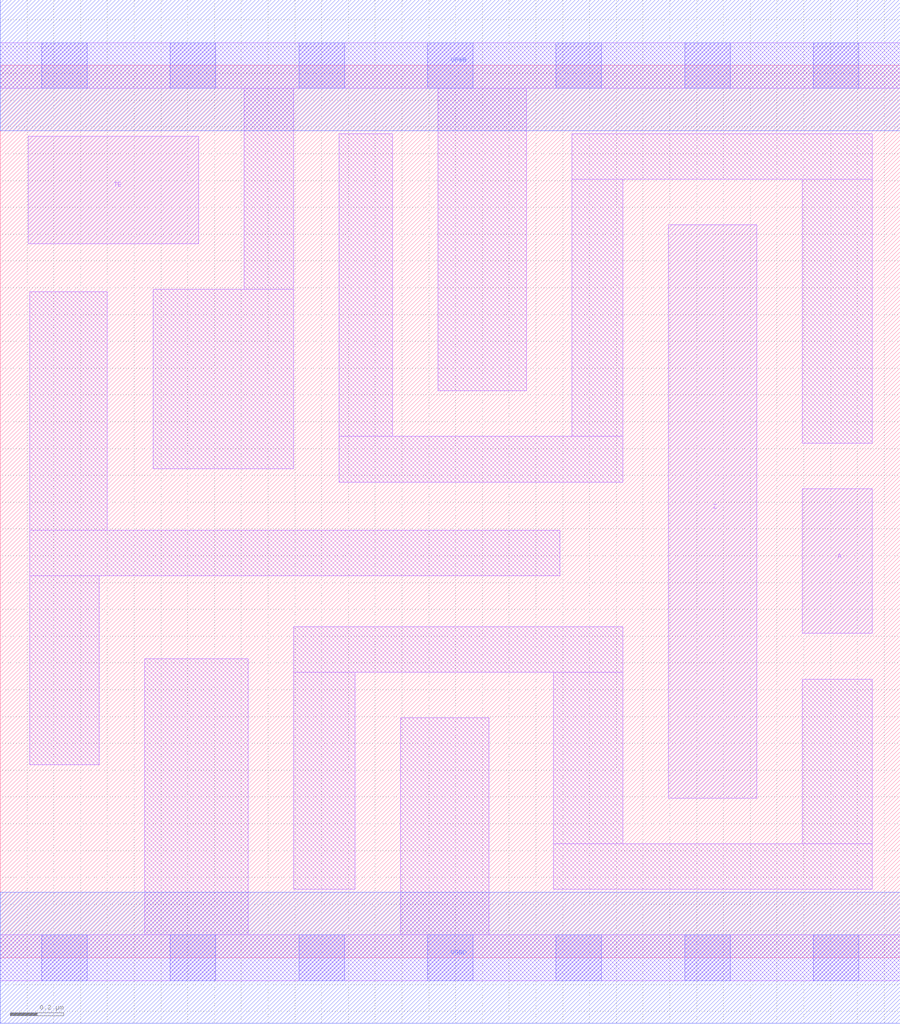
<source format=lef>
# Copyright 2020 The SkyWater PDK Authors
#
# Licensed under the Apache License, Version 2.0 (the "License");
# you may not use this file except in compliance with the License.
# You may obtain a copy of the License at
#
#     https://www.apache.org/licenses/LICENSE-2.0
#
# Unless required by applicable law or agreed to in writing, software
# distributed under the License is distributed on an "AS IS" BASIS,
# WITHOUT WARRANTIES OR CONDITIONS OF ANY KIND, either express or implied.
# See the License for the specific language governing permissions and
# limitations under the License.
#
# SPDX-License-Identifier: Apache-2.0

VERSION 5.7 ;
  NAMESCASESENSITIVE ON ;
  NOWIREEXTENSIONATPIN ON ;
  DIVIDERCHAR "/" ;
  BUSBITCHARS "[]" ;
UNITS
  DATABASE MICRONS 200 ;
END UNITS
MACRO sky130_fd_sc_lp__einvp_2
  CLASS CORE ;
  FOREIGN sky130_fd_sc_lp__einvp_2 ;
  ORIGIN  0.000000  0.000000 ;
  SIZE  3.360000 BY  3.330000 ;
  SYMMETRY X Y R90 ;
  SITE unit ;
  PIN A
    ANTENNAGATEAREA  0.630000 ;
    DIRECTION INPUT ;
    USE SIGNAL ;
    PORT
      LAYER li1 ;
        RECT 2.995000 1.210000 3.255000 1.750000 ;
    END
  END A
  PIN TE
    ANTENNAGATEAREA  0.411000 ;
    DIRECTION INPUT ;
    USE SIGNAL ;
    PORT
      LAYER li1 ;
        RECT 0.105000 2.665000 0.740000 3.065000 ;
    END
  END TE
  PIN Z
    ANTENNADIFFAREA  0.588000 ;
    DIRECTION OUTPUT ;
    USE SIGNAL ;
    PORT
      LAYER li1 ;
        RECT 2.495000 0.595000 2.825000 2.735000 ;
    END
  END Z
  PIN VGND
    DIRECTION INOUT ;
    USE GROUND ;
    PORT
      LAYER met1 ;
        RECT 0.000000 -0.245000 3.360000 0.245000 ;
    END
  END VGND
  PIN VPWR
    DIRECTION INOUT ;
    USE POWER ;
    PORT
      LAYER met1 ;
        RECT 0.000000 3.085000 3.360000 3.575000 ;
    END
  END VPWR
  OBS
    LAYER li1 ;
      RECT 0.000000 -0.085000 3.360000 0.085000 ;
      RECT 0.000000  3.245000 3.360000 3.415000 ;
      RECT 0.110000  0.720000 0.370000 1.425000 ;
      RECT 0.110000  1.425000 2.090000 1.595000 ;
      RECT 0.110000  1.595000 0.400000 2.485000 ;
      RECT 0.540000  0.085000 0.925000 1.115000 ;
      RECT 0.570000  1.825000 1.095000 2.495000 ;
      RECT 0.910000  2.495000 1.095000 3.245000 ;
      RECT 1.095000  0.255000 1.325000 1.065000 ;
      RECT 1.095000  1.065000 2.325000 1.235000 ;
      RECT 1.265000  1.775000 2.325000 1.945000 ;
      RECT 1.265000  1.945000 1.465000 3.075000 ;
      RECT 1.495000  0.085000 1.825000 0.895000 ;
      RECT 1.635000  2.115000 1.965000 3.245000 ;
      RECT 2.065000  0.255000 3.255000 0.425000 ;
      RECT 2.065000  0.425000 2.325000 1.065000 ;
      RECT 2.135000  1.945000 2.325000 2.905000 ;
      RECT 2.135000  2.905000 3.255000 3.075000 ;
      RECT 2.995000  0.425000 3.255000 1.040000 ;
      RECT 2.995000  1.920000 3.255000 2.905000 ;
    LAYER mcon ;
      RECT 0.155000 -0.085000 0.325000 0.085000 ;
      RECT 0.155000  3.245000 0.325000 3.415000 ;
      RECT 0.635000 -0.085000 0.805000 0.085000 ;
      RECT 0.635000  3.245000 0.805000 3.415000 ;
      RECT 1.115000 -0.085000 1.285000 0.085000 ;
      RECT 1.115000  3.245000 1.285000 3.415000 ;
      RECT 1.595000 -0.085000 1.765000 0.085000 ;
      RECT 1.595000  3.245000 1.765000 3.415000 ;
      RECT 2.075000 -0.085000 2.245000 0.085000 ;
      RECT 2.075000  3.245000 2.245000 3.415000 ;
      RECT 2.555000 -0.085000 2.725000 0.085000 ;
      RECT 2.555000  3.245000 2.725000 3.415000 ;
      RECT 3.035000 -0.085000 3.205000 0.085000 ;
      RECT 3.035000  3.245000 3.205000 3.415000 ;
  END
END sky130_fd_sc_lp__einvp_2
END LIBRARY

</source>
